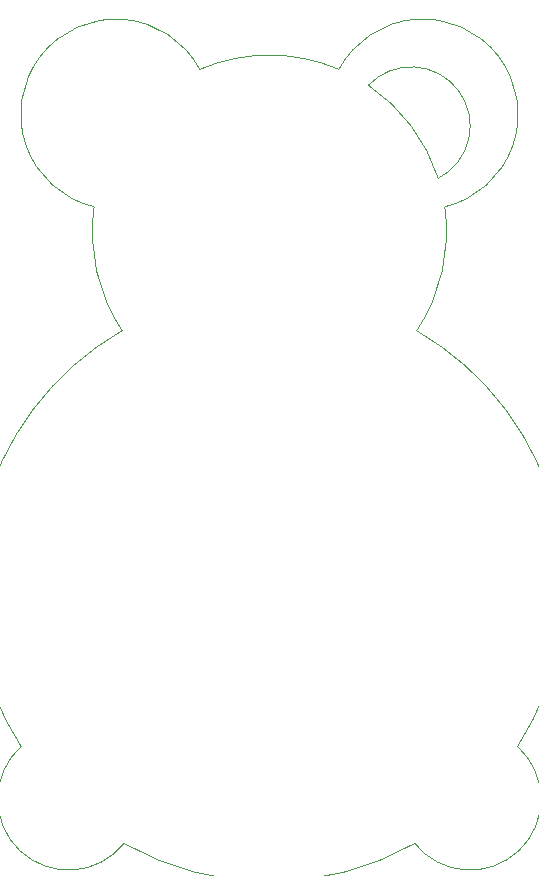
<source format=gbr>
%TF.GenerationSoftware,KiCad,Pcbnew,7.0.2-1.fc38*%
%TF.CreationDate,2023-05-30T17:38:37+02:00*%
%TF.ProjectId,Attiny_termometro,41747469-6e79-45f7-9465-726d6f6d6574,rev?*%
%TF.SameCoordinates,Original*%
%TF.FileFunction,Profile,NP*%
%FSLAX46Y46*%
G04 Gerber Fmt 4.6, Leading zero omitted, Abs format (unit mm)*
G04 Created by KiCad (PCBNEW 7.0.2-1.fc38) date 2023-05-30 17:38:37*
%MOMM*%
%LPD*%
G01*
G04 APERTURE LIST*
%TA.AperFunction,Profile*%
%ADD10C,0.100000*%
%TD*%
G04 APERTURE END LIST*
D10*
X63980001Y-118540000D02*
G75*
G03*
X72689571Y-126749656I4019999J-4460000D01*
G01*
X72529181Y-83328577D02*
G75*
G03*
X63980002Y-118540000I12470819J-21671423D01*
G01*
X99297276Y-70437678D02*
G75*
G03*
X93380000Y-62550000I-14297276J-4562322D01*
G01*
X99297266Y-70437657D02*
G75*
G03*
X93380000Y-62550000I-2292366J4443657D01*
G01*
X97313286Y-126748139D02*
G75*
G03*
X106012905Y-118537890I4686714J3748139D01*
G01*
X79104492Y-61208278D02*
G75*
G03*
X70160154Y-72840022I-7104492J-3791722D01*
G01*
X72690000Y-126749999D02*
G75*
G03*
X97313285Y-126748140I12310000J21749999D01*
G01*
X106012905Y-118537889D02*
G75*
G03*
X97474783Y-83339058I-21012905J13537889D01*
G01*
X70160154Y-72840022D02*
G75*
G03*
X72529180Y-83328576I14839846J-2159978D01*
G01*
X99849656Y-72846358D02*
G75*
G03*
X90888462Y-61203609I-1849656J7846358D01*
G01*
X97474781Y-83339058D02*
G75*
G03*
X99850496Y-72849928I-12474781J8339058D01*
G01*
X90887860Y-61205013D02*
G75*
G03*
X79104492Y-61208280I-5887860J-13794987D01*
G01*
M02*

</source>
